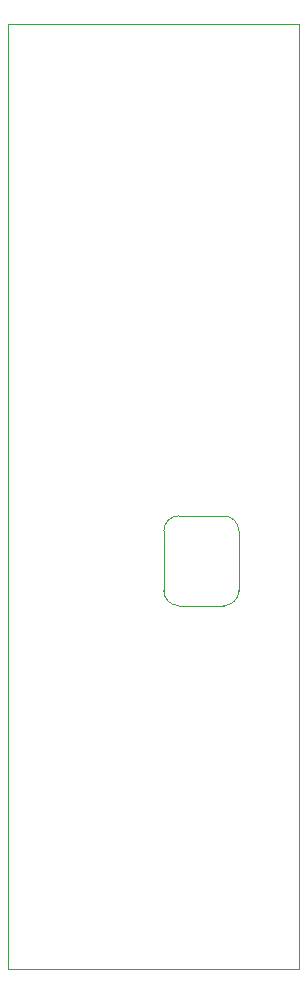
<source format=gbr>
%TF.GenerationSoftware,KiCad,Pcbnew,(6.0.4)*%
%TF.CreationDate,2022-06-06T18:32:31+03:00*%
%TF.ProjectId,I2C_frontal,4932435f-6672-46f6-9e74-616c2e6b6963,rev?*%
%TF.SameCoordinates,Original*%
%TF.FileFunction,Profile,NP*%
%FSLAX46Y46*%
G04 Gerber Fmt 4.6, Leading zero omitted, Abs format (unit mm)*
G04 Created by KiCad (PCBNEW (6.0.4)) date 2022-06-06 18:32:31*
%MOMM*%
%LPD*%
G01*
G04 APERTURE LIST*
%TA.AperFunction,Profile*%
%ADD10C,0.050000*%
%TD*%
%TA.AperFunction,Profile*%
%ADD11C,0.100000*%
%TD*%
G04 APERTURE END LIST*
D10*
X185801000Y-90297000D02*
G75*
G03*
X184531000Y-91567000I0J-1270000D01*
G01*
X195961000Y-128651000D02*
X195961000Y-48641000D01*
X184522026Y-96637974D02*
G75*
G03*
X185791974Y-97907974I1269974J-26D01*
G01*
X190871974Y-91576026D02*
G75*
G03*
X189601974Y-90306026I-1269974J26D01*
G01*
X185791974Y-97907974D02*
X189601974Y-97907974D01*
X171323000Y-128651000D02*
X195961000Y-128651000D01*
X189601974Y-90306026D02*
X185810026Y-90306026D01*
X184521974Y-91576026D02*
X184521974Y-96637974D01*
X171323000Y-48641000D02*
X195961000Y-48641000D01*
X190871974Y-96637974D02*
X190871974Y-91576026D01*
X189601974Y-97907974D02*
G75*
G03*
X190871974Y-96637974I26J1269974D01*
G01*
D11*
X171323000Y-48641000D02*
X171323000Y-128651000D01*
M02*

</source>
